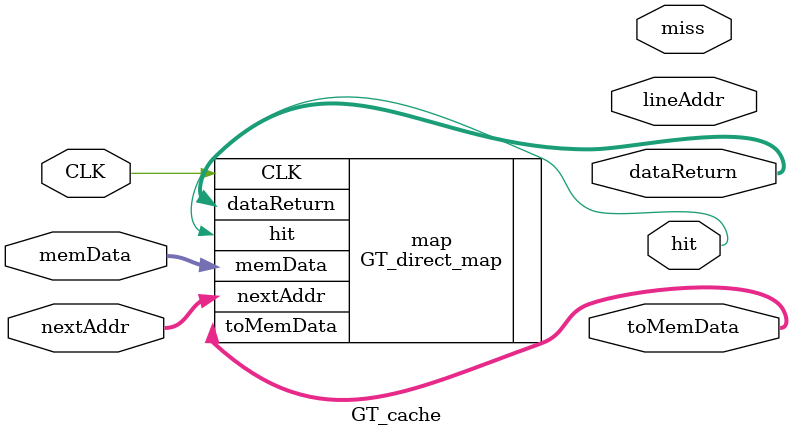
<source format=v>
module GT_cache(CLK, memData, nextAddr, lineAddr, dataReturn, hit, miss, toMemData);
input [255:0] memData;
input [31:0] nextAddr;
input CLK;
output [31:0] lineAddr;
output [7:0] dataReturn;
output hit;
output miss;
output [255:0] toMemData;

GT_direct_map map(.CLK(CLK), .memData(memData), .nextAddr(nextAddr), .dataReturn(dataReturn), .hit(hit), .toMemData(toMemData));

endmodule

</source>
